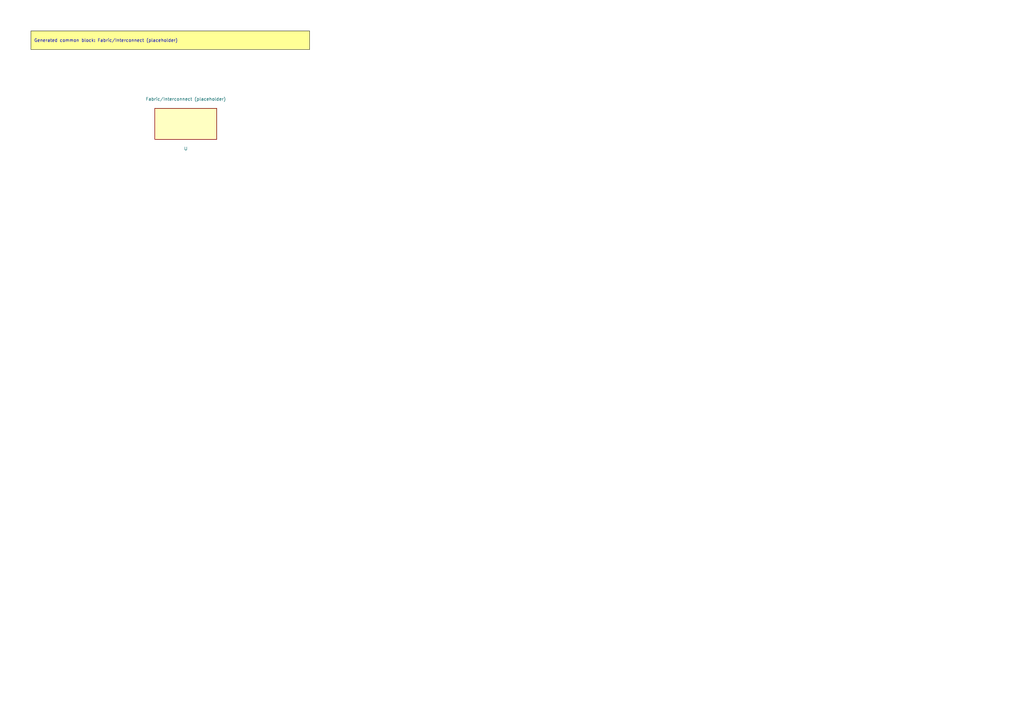
<source format=kicad_sch>
(kicad_sch (version 20250114) (generator "kicadgen") (generator_version "0.2")
  (paper "A3")
  (title_block (title "Fabric/Interconnect (placeholder)") (company "Project Carbon") (comment 1 "Generated - do not edit in generated/") (comment 2 "Edit in schem/kicad9/manual/ or refine mapping specs"))
  (lib_symbols
    (symbol "carbon_blocks:CARBON_BLOCK_FABRIC" (pin_names (offset 1.016))
      (property "Reference" "U" (at 0 8.89 0))
      (property "Value" "CARBON_BLOCK_FABRIC" (at 0 -8.89 0))
      (symbol "CARBON_BLOCK_FABRIC_1_1"
        (rectangle (start -12.7 6.35) (end 12.7 -6.35) (stroke (width 0.254)) (fill (type background)))
      )
    )
  )
  (text_box "Generated common block: Fabric/Interconnect (placeholder)" (at 12.7 12.7 0) (size 114.3 7.62) (margins 1.27 1.27 1.27 1.27) (stroke (width 0) (color 0 0 0 1)) (fill (type color) (color 255 255 150 1)) (effects (font (size 1.27 1.27)) (justify left)))
  (symbol (lib_id "carbon_blocks:CARBON_BLOCK_FABRIC") (at 76.2 50.8 0) (unit 1)
    (property "Reference" "U" (at 76.2 60.96 0))
    (property "Value" "Fabric/Interconnect (placeholder)" (at 76.2 40.64 0))
  )
)
</source>
